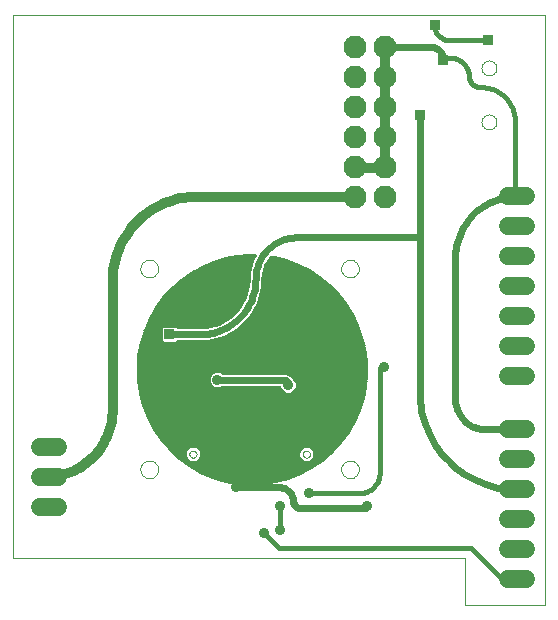
<source format=gbl>
G75*
G70*
%OFA0B0*%
%FSLAX24Y24*%
%IPPOS*%
%LPD*%
%AMOC8*
5,1,8,0,0,1.08239X$1,22.5*
%
%ADD10C,0.0010*%
%ADD11C,0.0000*%
%ADD12C,0.0600*%
%ADD13C,0.0768*%
%ADD14C,0.0356*%
%ADD15C,0.0240*%
%ADD16C,0.0100*%
%ADD17R,0.0356X0.0356*%
%ADD18C,0.0160*%
%ADD19C,0.0320*%
D10*
X000290Y001875D02*
X000290Y019985D01*
X018006Y019985D01*
D11*
X015329Y001875D02*
X000290Y001875D01*
X004522Y004828D02*
X004524Y004862D01*
X004530Y004896D01*
X004540Y004929D01*
X004553Y004960D01*
X004571Y004990D01*
X004591Y005018D01*
X004615Y005043D01*
X004641Y005065D01*
X004669Y005083D01*
X004700Y005099D01*
X004732Y005111D01*
X004766Y005119D01*
X004800Y005123D01*
X004834Y005123D01*
X004868Y005119D01*
X004902Y005111D01*
X004934Y005099D01*
X004964Y005083D01*
X004993Y005065D01*
X005019Y005043D01*
X005043Y005018D01*
X005063Y004990D01*
X005081Y004960D01*
X005094Y004929D01*
X005104Y004896D01*
X005110Y004862D01*
X005112Y004828D01*
X005110Y004794D01*
X005104Y004760D01*
X005094Y004727D01*
X005081Y004696D01*
X005063Y004666D01*
X005043Y004638D01*
X005019Y004613D01*
X004993Y004591D01*
X004965Y004573D01*
X004934Y004557D01*
X004902Y004545D01*
X004868Y004537D01*
X004834Y004533D01*
X004800Y004533D01*
X004766Y004537D01*
X004732Y004545D01*
X004700Y004557D01*
X004669Y004573D01*
X004641Y004591D01*
X004615Y004613D01*
X004591Y004638D01*
X004571Y004666D01*
X004553Y004696D01*
X004540Y004727D01*
X004530Y004760D01*
X004524Y004794D01*
X004522Y004828D01*
X006156Y005339D02*
X006158Y005360D01*
X006164Y005380D01*
X006173Y005400D01*
X006185Y005417D01*
X006200Y005431D01*
X006218Y005443D01*
X006238Y005451D01*
X006258Y005456D01*
X006279Y005457D01*
X006300Y005454D01*
X006320Y005448D01*
X006339Y005437D01*
X006356Y005424D01*
X006369Y005408D01*
X006380Y005390D01*
X006388Y005370D01*
X006392Y005350D01*
X006392Y005328D01*
X006388Y005308D01*
X006380Y005288D01*
X006369Y005270D01*
X006356Y005254D01*
X006339Y005241D01*
X006320Y005230D01*
X006300Y005224D01*
X006279Y005221D01*
X006258Y005222D01*
X006238Y005227D01*
X006218Y005235D01*
X006200Y005247D01*
X006185Y005261D01*
X006173Y005278D01*
X006164Y005298D01*
X006158Y005318D01*
X006156Y005339D01*
X009936Y005339D02*
X009938Y005360D01*
X009944Y005380D01*
X009953Y005400D01*
X009965Y005417D01*
X009980Y005431D01*
X009998Y005443D01*
X010018Y005451D01*
X010038Y005456D01*
X010059Y005457D01*
X010080Y005454D01*
X010100Y005448D01*
X010119Y005437D01*
X010136Y005424D01*
X010149Y005408D01*
X010160Y005390D01*
X010168Y005370D01*
X010172Y005350D01*
X010172Y005328D01*
X010168Y005308D01*
X010160Y005288D01*
X010149Y005270D01*
X010136Y005254D01*
X010119Y005241D01*
X010100Y005230D01*
X010080Y005224D01*
X010059Y005221D01*
X010038Y005222D01*
X010018Y005227D01*
X009998Y005235D01*
X009980Y005247D01*
X009965Y005261D01*
X009953Y005278D01*
X009944Y005298D01*
X009938Y005318D01*
X009936Y005339D01*
X011215Y004828D02*
X011217Y004862D01*
X011223Y004896D01*
X011233Y004929D01*
X011246Y004960D01*
X011264Y004990D01*
X011284Y005018D01*
X011308Y005043D01*
X011334Y005065D01*
X011362Y005083D01*
X011393Y005099D01*
X011425Y005111D01*
X011459Y005119D01*
X011493Y005123D01*
X011527Y005123D01*
X011561Y005119D01*
X011595Y005111D01*
X011627Y005099D01*
X011657Y005083D01*
X011686Y005065D01*
X011712Y005043D01*
X011736Y005018D01*
X011756Y004990D01*
X011774Y004960D01*
X011787Y004929D01*
X011797Y004896D01*
X011803Y004862D01*
X011805Y004828D01*
X011803Y004794D01*
X011797Y004760D01*
X011787Y004727D01*
X011774Y004696D01*
X011756Y004666D01*
X011736Y004638D01*
X011712Y004613D01*
X011686Y004591D01*
X011658Y004573D01*
X011627Y004557D01*
X011595Y004545D01*
X011561Y004537D01*
X011527Y004533D01*
X011493Y004533D01*
X011459Y004537D01*
X011425Y004545D01*
X011393Y004557D01*
X011362Y004573D01*
X011334Y004591D01*
X011308Y004613D01*
X011284Y004638D01*
X011264Y004666D01*
X011246Y004696D01*
X011233Y004727D01*
X011223Y004760D01*
X011217Y004794D01*
X011215Y004828D01*
X015329Y001875D02*
X015329Y000300D01*
X018006Y000300D01*
X018006Y019985D01*
X015891Y018208D02*
X015893Y018239D01*
X015899Y018270D01*
X015909Y018300D01*
X015922Y018328D01*
X015939Y018355D01*
X015959Y018379D01*
X015982Y018401D01*
X016007Y018419D01*
X016035Y018434D01*
X016064Y018446D01*
X016094Y018454D01*
X016125Y018458D01*
X016157Y018458D01*
X016188Y018454D01*
X016218Y018446D01*
X016247Y018434D01*
X016275Y018419D01*
X016300Y018401D01*
X016323Y018379D01*
X016343Y018355D01*
X016360Y018328D01*
X016373Y018300D01*
X016383Y018270D01*
X016389Y018239D01*
X016391Y018208D01*
X016389Y018177D01*
X016383Y018146D01*
X016373Y018116D01*
X016360Y018088D01*
X016343Y018061D01*
X016323Y018037D01*
X016300Y018015D01*
X016275Y017997D01*
X016247Y017982D01*
X016218Y017970D01*
X016188Y017962D01*
X016157Y017958D01*
X016125Y017958D01*
X016094Y017962D01*
X016064Y017970D01*
X016035Y017982D01*
X016007Y017997D01*
X015982Y018015D01*
X015959Y018037D01*
X015939Y018061D01*
X015922Y018088D01*
X015909Y018116D01*
X015899Y018146D01*
X015893Y018177D01*
X015891Y018208D01*
X015891Y016408D02*
X015893Y016439D01*
X015899Y016470D01*
X015909Y016500D01*
X015922Y016528D01*
X015939Y016555D01*
X015959Y016579D01*
X015982Y016601D01*
X016007Y016619D01*
X016035Y016634D01*
X016064Y016646D01*
X016094Y016654D01*
X016125Y016658D01*
X016157Y016658D01*
X016188Y016654D01*
X016218Y016646D01*
X016247Y016634D01*
X016275Y016619D01*
X016300Y016601D01*
X016323Y016579D01*
X016343Y016555D01*
X016360Y016528D01*
X016373Y016500D01*
X016383Y016470D01*
X016389Y016439D01*
X016391Y016408D01*
X016389Y016377D01*
X016383Y016346D01*
X016373Y016316D01*
X016360Y016288D01*
X016343Y016261D01*
X016323Y016237D01*
X016300Y016215D01*
X016275Y016197D01*
X016247Y016182D01*
X016218Y016170D01*
X016188Y016162D01*
X016157Y016158D01*
X016125Y016158D01*
X016094Y016162D01*
X016064Y016170D01*
X016035Y016182D01*
X016007Y016197D01*
X015982Y016215D01*
X015959Y016237D01*
X015939Y016261D01*
X015922Y016288D01*
X015909Y016316D01*
X015899Y016346D01*
X015893Y016377D01*
X015891Y016408D01*
X011215Y011520D02*
X011217Y011554D01*
X011223Y011588D01*
X011233Y011621D01*
X011246Y011652D01*
X011264Y011682D01*
X011284Y011710D01*
X011308Y011735D01*
X011334Y011757D01*
X011362Y011775D01*
X011393Y011791D01*
X011425Y011803D01*
X011459Y011811D01*
X011493Y011815D01*
X011527Y011815D01*
X011561Y011811D01*
X011595Y011803D01*
X011627Y011791D01*
X011657Y011775D01*
X011686Y011757D01*
X011712Y011735D01*
X011736Y011710D01*
X011756Y011682D01*
X011774Y011652D01*
X011787Y011621D01*
X011797Y011588D01*
X011803Y011554D01*
X011805Y011520D01*
X011803Y011486D01*
X011797Y011452D01*
X011787Y011419D01*
X011774Y011388D01*
X011756Y011358D01*
X011736Y011330D01*
X011712Y011305D01*
X011686Y011283D01*
X011658Y011265D01*
X011627Y011249D01*
X011595Y011237D01*
X011561Y011229D01*
X011527Y011225D01*
X011493Y011225D01*
X011459Y011229D01*
X011425Y011237D01*
X011393Y011249D01*
X011362Y011265D01*
X011334Y011283D01*
X011308Y011305D01*
X011284Y011330D01*
X011264Y011358D01*
X011246Y011388D01*
X011233Y011419D01*
X011223Y011452D01*
X011217Y011486D01*
X011215Y011520D01*
X004522Y011520D02*
X004524Y011554D01*
X004530Y011588D01*
X004540Y011621D01*
X004553Y011652D01*
X004571Y011682D01*
X004591Y011710D01*
X004615Y011735D01*
X004641Y011757D01*
X004669Y011775D01*
X004700Y011791D01*
X004732Y011803D01*
X004766Y011811D01*
X004800Y011815D01*
X004834Y011815D01*
X004868Y011811D01*
X004902Y011803D01*
X004934Y011791D01*
X004964Y011775D01*
X004993Y011757D01*
X005019Y011735D01*
X005043Y011710D01*
X005063Y011682D01*
X005081Y011652D01*
X005094Y011621D01*
X005104Y011588D01*
X005110Y011554D01*
X005112Y011520D01*
X005110Y011486D01*
X005104Y011452D01*
X005094Y011419D01*
X005081Y011388D01*
X005063Y011358D01*
X005043Y011330D01*
X005019Y011305D01*
X004993Y011283D01*
X004965Y011265D01*
X004934Y011249D01*
X004902Y011237D01*
X004868Y011229D01*
X004834Y011225D01*
X004800Y011225D01*
X004766Y011229D01*
X004732Y011237D01*
X004700Y011249D01*
X004669Y011265D01*
X004641Y011283D01*
X004615Y011305D01*
X004591Y011330D01*
X004571Y011358D01*
X004553Y011388D01*
X004540Y011419D01*
X004530Y011452D01*
X004524Y011486D01*
X004522Y011520D01*
D12*
X001787Y005583D02*
X001187Y005583D01*
X001187Y004583D02*
X001787Y004583D01*
X001787Y003583D02*
X001187Y003583D01*
X016761Y003166D02*
X017361Y003166D01*
X017361Y004166D02*
X016761Y004166D01*
X016761Y005166D02*
X017361Y005166D01*
X017361Y006166D02*
X016761Y006166D01*
X016761Y007930D02*
X017361Y007930D01*
X017361Y008930D02*
X016761Y008930D01*
X016761Y009930D02*
X017361Y009930D01*
X017361Y010930D02*
X016761Y010930D01*
X016761Y011930D02*
X017361Y011930D01*
X017361Y012930D02*
X016761Y012930D01*
X016761Y013930D02*
X017361Y013930D01*
X017361Y002166D02*
X016761Y002166D01*
X016761Y001166D02*
X017361Y001166D01*
D13*
X012668Y013914D03*
X011668Y013914D03*
X011668Y014914D03*
X012668Y014914D03*
X012668Y015914D03*
X011668Y015914D03*
X011668Y016914D03*
X012668Y016914D03*
X012668Y017914D03*
X011668Y017914D03*
X011668Y018914D03*
X012668Y018914D03*
D14*
X012632Y008253D03*
X009443Y007643D03*
X007081Y007820D03*
X007711Y004237D03*
X009187Y003607D03*
X010132Y004040D03*
X012061Y003607D03*
X009168Y002800D03*
X008636Y002721D03*
D15*
X009817Y003548D02*
X012002Y003548D01*
X012015Y003549D01*
X012028Y003554D01*
X012039Y003561D01*
X012048Y003570D01*
X012055Y003581D01*
X012060Y003594D01*
X012061Y003607D01*
X009817Y003548D02*
X009791Y003550D01*
X009766Y003555D01*
X009742Y003563D01*
X009719Y003574D01*
X009697Y003589D01*
X009678Y003606D01*
X009661Y003625D01*
X009646Y003647D01*
X009635Y003670D01*
X009627Y003694D01*
X009622Y003719D01*
X009620Y003745D01*
X009618Y003788D01*
X009613Y003830D01*
X009603Y003872D01*
X009590Y003913D01*
X009574Y003953D01*
X009554Y003991D01*
X009531Y004027D01*
X009505Y004061D01*
X009476Y004093D01*
X009444Y004122D01*
X009410Y004148D01*
X009374Y004171D01*
X009336Y004191D01*
X009296Y004207D01*
X009255Y004220D01*
X009213Y004230D01*
X009171Y004235D01*
X009128Y004237D01*
X007711Y004237D01*
X013833Y007394D02*
X013833Y012564D01*
X009739Y012564D01*
X009667Y012562D01*
X009595Y012556D01*
X009523Y012547D01*
X009452Y012534D01*
X009382Y012517D01*
X009313Y012497D01*
X009245Y012472D01*
X009179Y012445D01*
X009113Y012414D01*
X009050Y012379D01*
X008988Y012342D01*
X008929Y012301D01*
X008872Y012257D01*
X008817Y012210D01*
X008765Y012160D01*
X008715Y012108D01*
X008668Y012053D01*
X008624Y011996D01*
X008583Y011937D01*
X008546Y011875D01*
X008511Y011812D01*
X008480Y011746D01*
X008453Y011680D01*
X008428Y011612D01*
X008408Y011543D01*
X008391Y011473D01*
X008378Y011402D01*
X008369Y011330D01*
X008363Y011258D01*
X008361Y011186D01*
X008360Y011186D02*
X008358Y011098D01*
X008352Y011010D01*
X008341Y010923D01*
X008327Y010836D01*
X008308Y010750D01*
X008285Y010665D01*
X008258Y010581D01*
X008227Y010498D01*
X008193Y010417D01*
X008154Y010338D01*
X008112Y010261D01*
X008066Y010186D01*
X008017Y010113D01*
X007964Y010042D01*
X007908Y009975D01*
X007849Y009909D01*
X007787Y009847D01*
X007721Y009788D01*
X007654Y009732D01*
X007583Y009679D01*
X007510Y009630D01*
X007435Y009584D01*
X007358Y009542D01*
X007279Y009503D01*
X007198Y009469D01*
X007115Y009438D01*
X007031Y009411D01*
X006946Y009388D01*
X006860Y009369D01*
X006773Y009355D01*
X006686Y009344D01*
X006598Y009338D01*
X006510Y009336D01*
X006510Y009335D02*
X005487Y009335D01*
X007081Y007820D02*
X009266Y007820D01*
X009291Y007818D01*
X009316Y007813D01*
X009340Y007804D01*
X009362Y007792D01*
X009382Y007777D01*
X009400Y007759D01*
X009415Y007739D01*
X009427Y007717D01*
X009436Y007693D01*
X009441Y007668D01*
X009443Y007643D01*
X015014Y007170D02*
X015014Y011883D01*
X013833Y012564D02*
X013833Y016639D01*
X014620Y018489D02*
X014618Y018528D01*
X014613Y018567D01*
X014604Y018605D01*
X014591Y018643D01*
X014575Y018678D01*
X014556Y018713D01*
X014534Y018745D01*
X014509Y018775D01*
X014481Y018803D01*
X014451Y018828D01*
X014419Y018850D01*
X014384Y018869D01*
X014349Y018885D01*
X014311Y018898D01*
X014273Y018907D01*
X014234Y018912D01*
X014195Y018914D01*
X012668Y018914D01*
X017061Y013930D02*
X016964Y013928D01*
X016866Y013921D01*
X016770Y013909D01*
X016674Y013893D01*
X016578Y013872D01*
X016484Y013847D01*
X016391Y013817D01*
X016300Y013783D01*
X016211Y013745D01*
X016123Y013702D01*
X016038Y013656D01*
X015954Y013605D01*
X015874Y013550D01*
X015796Y013492D01*
X015721Y013430D01*
X015648Y013364D01*
X015580Y013296D01*
X015514Y013223D01*
X015452Y013148D01*
X015394Y013070D01*
X015339Y012990D01*
X015288Y012907D01*
X015242Y012821D01*
X015199Y012733D01*
X015161Y012644D01*
X015127Y012553D01*
X015097Y012460D01*
X015072Y012366D01*
X015051Y012270D01*
X015035Y012174D01*
X015023Y012078D01*
X015016Y011980D01*
X015014Y011883D01*
X013833Y007394D02*
X013837Y007240D01*
X013848Y007087D01*
X013866Y006935D01*
X013891Y006783D01*
X013924Y006633D01*
X013964Y006485D01*
X014011Y006338D01*
X014064Y006194D01*
X014125Y006053D01*
X014192Y005915D01*
X014265Y005780D01*
X014345Y005649D01*
X014432Y005522D01*
X014524Y005399D01*
X014621Y005280D01*
X014725Y005166D01*
X014833Y005058D01*
X014947Y004954D01*
X015066Y004857D01*
X015189Y004765D01*
X015316Y004678D01*
X015447Y004598D01*
X015582Y004525D01*
X015720Y004458D01*
X015861Y004397D01*
X016005Y004344D01*
X016152Y004297D01*
X016300Y004257D01*
X016450Y004224D01*
X016602Y004199D01*
X016754Y004181D01*
X016907Y004170D01*
X017061Y004166D01*
X017061Y006166D02*
X016018Y006166D01*
X015957Y006168D01*
X015897Y006173D01*
X015837Y006182D01*
X015778Y006195D01*
X015719Y006211D01*
X015662Y006231D01*
X015606Y006254D01*
X015551Y006281D01*
X015499Y006311D01*
X015448Y006344D01*
X015399Y006380D01*
X015352Y006418D01*
X015308Y006460D01*
X015266Y006504D01*
X015228Y006551D01*
X015192Y006600D01*
X015159Y006651D01*
X015129Y006703D01*
X015102Y006758D01*
X015079Y006814D01*
X015059Y006871D01*
X015043Y006930D01*
X015030Y006989D01*
X015021Y007049D01*
X015016Y007109D01*
X015014Y007170D01*
D16*
X012014Y007621D02*
X012050Y008033D01*
X012041Y008445D01*
X011988Y008855D01*
X011890Y009256D01*
X011750Y009644D01*
X011569Y010015D01*
X011349Y010365D01*
X011092Y010688D01*
X010802Y010982D01*
X010482Y011242D01*
X010135Y011467D01*
X009766Y011652D01*
X009380Y011797D01*
X008980Y011899D01*
X008859Y011916D01*
X008828Y011885D01*
X008678Y011625D01*
X008601Y011336D01*
X008591Y011186D01*
X008591Y010912D01*
X008449Y010383D01*
X008449Y010383D01*
X008175Y009908D01*
X008175Y009908D01*
X007788Y009521D01*
X007788Y009521D01*
X007313Y009247D01*
X007313Y009247D01*
X006784Y009105D01*
X005768Y009105D01*
X005710Y009047D01*
X005263Y009047D01*
X005199Y009112D01*
X005199Y009559D01*
X004696Y009559D01*
X004662Y009481D02*
X004833Y009873D01*
X005038Y010231D01*
X005281Y010565D01*
X005559Y010871D01*
X005867Y011145D01*
X006204Y011384D01*
X006565Y011585D01*
X006945Y011745D01*
X007340Y011864D01*
X007746Y011940D01*
X008158Y011971D01*
X008332Y011965D01*
X008240Y011806D01*
X008131Y011398D01*
X008131Y011186D01*
X008117Y010974D01*
X008007Y010566D01*
X007796Y010199D01*
X007497Y009900D01*
X007130Y009689D01*
X006722Y009579D01*
X006510Y009565D01*
X005768Y009565D01*
X005710Y009624D01*
X005263Y009624D01*
X005199Y009559D01*
X005199Y009461D02*
X004656Y009461D01*
X004662Y009481D02*
X004537Y009072D01*
X004458Y008652D01*
X004426Y008225D01*
X004443Y007798D01*
X004507Y007375D01*
X004618Y006963D01*
X004775Y006565D01*
X004975Y006187D01*
X005216Y005834D01*
X005496Y005510D01*
X005809Y005220D01*
X006154Y004966D01*
X006524Y004753D01*
X006916Y004582D01*
X007325Y004457D01*
X007745Y004378D01*
X008172Y004346D01*
X008599Y004363D01*
X009022Y004427D01*
X009435Y004538D01*
X009833Y004695D01*
X010210Y004895D01*
X010563Y005136D01*
X010887Y005415D01*
X011178Y005729D01*
X011431Y006073D01*
X011645Y006444D01*
X011810Y006822D01*
X011934Y007216D01*
X012014Y007621D01*
X012007Y007589D02*
X009731Y007589D01*
X009731Y007585D02*
X009688Y007479D01*
X009607Y007398D01*
X009501Y007354D01*
X009386Y007354D01*
X009280Y007398D01*
X009199Y007479D01*
X009155Y007585D01*
X009155Y007590D01*
X007259Y007590D01*
X007244Y007575D01*
X007138Y007532D01*
X007024Y007532D01*
X006918Y007575D01*
X006837Y007656D01*
X006793Y007762D01*
X006793Y007877D01*
X006837Y007983D01*
X004436Y007983D01*
X004439Y007885D02*
X006796Y007885D01*
X006793Y007786D02*
X004445Y007786D01*
X004460Y007688D02*
X006824Y007688D01*
X006904Y007589D02*
X004474Y007589D01*
X004489Y007491D02*
X009194Y007491D01*
X009155Y007589D02*
X007258Y007589D01*
X007259Y008050D02*
X007244Y008064D01*
X007138Y008108D01*
X007024Y008108D01*
X006918Y008064D01*
X006837Y007983D01*
X006960Y008082D02*
X004432Y008082D01*
X004428Y008180D02*
X012047Y008180D01*
X012049Y008082D02*
X007202Y008082D01*
X007259Y008050D02*
X009375Y008050D01*
X009564Y007941D01*
X009564Y007941D01*
X009564Y007941D01*
X009592Y007893D01*
X009607Y007887D01*
X009688Y007806D01*
X009731Y007700D01*
X009731Y007585D01*
X009692Y007491D02*
X011988Y007491D01*
X011968Y007392D02*
X009591Y007392D01*
X009295Y007392D02*
X004504Y007392D01*
X004529Y007294D02*
X011949Y007294D01*
X011927Y007195D02*
X004555Y007195D01*
X004582Y007097D02*
X011896Y007097D01*
X011865Y006998D02*
X004609Y006998D01*
X004643Y006900D02*
X011834Y006900D01*
X011801Y006801D02*
X004682Y006801D01*
X004720Y006703D02*
X011758Y006703D01*
X011715Y006604D02*
X004759Y006604D01*
X004806Y006506D02*
X011671Y006506D01*
X011623Y006407D02*
X004858Y006407D01*
X004911Y006309D02*
X011567Y006309D01*
X011510Y006210D02*
X004963Y006210D01*
X005026Y006112D02*
X011453Y006112D01*
X011387Y006013D02*
X005094Y006013D01*
X005161Y005915D02*
X011314Y005915D01*
X011242Y005816D02*
X005232Y005816D01*
X005317Y005718D02*
X011167Y005718D01*
X011076Y005619D02*
X005402Y005619D01*
X005487Y005521D02*
X006076Y005521D01*
X006047Y005491D02*
X006006Y005393D01*
X006006Y005286D01*
X006047Y005187D01*
X006122Y005112D01*
X006221Y005071D01*
X006327Y005071D01*
X006426Y005112D01*
X006501Y005187D01*
X006542Y005286D01*
X006542Y005393D01*
X006501Y005491D01*
X006426Y005567D01*
X006327Y005607D01*
X006221Y005607D01*
X006122Y005567D01*
X006047Y005491D01*
X006018Y005422D02*
X005591Y005422D01*
X005697Y005324D02*
X006006Y005324D01*
X006031Y005225D02*
X005803Y005225D01*
X005936Y005127D02*
X006108Y005127D01*
X006069Y005028D02*
X010405Y005028D01*
X010261Y004930D02*
X006217Y004930D01*
X006388Y004831D02*
X010090Y004831D01*
X009904Y004733D02*
X006571Y004733D01*
X006797Y004634D02*
X009679Y004634D01*
X009426Y004536D02*
X007068Y004536D01*
X007429Y004437D02*
X009060Y004437D01*
X009826Y005187D02*
X009902Y005112D01*
X010000Y005071D01*
X010107Y005071D01*
X010205Y005112D01*
X010281Y005187D01*
X010322Y005286D01*
X010322Y005393D01*
X010281Y005491D01*
X010205Y005567D01*
X010107Y005607D01*
X010000Y005607D01*
X009902Y005567D01*
X009826Y005491D01*
X009785Y005393D01*
X009785Y005286D01*
X009826Y005187D01*
X009811Y005225D02*
X006517Y005225D01*
X006542Y005324D02*
X009785Y005324D01*
X009798Y005422D02*
X006530Y005422D01*
X006472Y005521D02*
X009856Y005521D01*
X010252Y005521D02*
X010985Y005521D01*
X010893Y005422D02*
X010310Y005422D01*
X010322Y005324D02*
X010781Y005324D01*
X010667Y005225D02*
X010296Y005225D01*
X010220Y005127D02*
X010549Y005127D01*
X009887Y005127D02*
X006440Y005127D01*
X009731Y007688D02*
X012020Y007688D01*
X012028Y007786D02*
X009696Y007786D01*
X009609Y007885D02*
X012037Y007885D01*
X012045Y007983D02*
X009491Y007983D01*
X012042Y008377D02*
X004437Y008377D01*
X004430Y008279D02*
X012045Y008279D01*
X012037Y008476D02*
X004445Y008476D01*
X004452Y008574D02*
X012024Y008574D01*
X012011Y008673D02*
X004462Y008673D01*
X004480Y008771D02*
X011999Y008771D01*
X011984Y008870D02*
X004499Y008870D01*
X004517Y008968D02*
X011960Y008968D01*
X011936Y009067D02*
X005730Y009067D01*
X005244Y009067D02*
X004536Y009067D01*
X004565Y009165D02*
X005199Y009165D01*
X005199Y009264D02*
X004595Y009264D01*
X004626Y009362D02*
X005199Y009362D01*
X004739Y009658D02*
X007014Y009658D01*
X007247Y009756D02*
X004782Y009756D01*
X004825Y009855D02*
X007417Y009855D01*
X007549Y009953D02*
X004879Y009953D01*
X004935Y010052D02*
X007648Y010052D01*
X007746Y010150D02*
X004992Y010150D01*
X005051Y010249D02*
X007824Y010249D01*
X007881Y010347D02*
X005122Y010347D01*
X005194Y010446D02*
X007938Y010446D01*
X007995Y010544D02*
X005266Y010544D01*
X005351Y010643D02*
X008028Y010643D01*
X008054Y010741D02*
X005441Y010741D01*
X005530Y010840D02*
X008081Y010840D01*
X008107Y010938D02*
X005634Y010938D01*
X005746Y011037D02*
X008121Y011037D01*
X008127Y011135D02*
X005857Y011135D01*
X005993Y011234D02*
X008131Y011234D01*
X008131Y011332D02*
X006132Y011332D01*
X006289Y011431D02*
X008140Y011431D01*
X008166Y011529D02*
X006465Y011529D01*
X006666Y011628D02*
X008192Y011628D01*
X008219Y011726D02*
X006899Y011726D01*
X007208Y011825D02*
X008251Y011825D01*
X008240Y011806D02*
X008240Y011806D01*
X008308Y011923D02*
X007657Y011923D01*
X008679Y011628D02*
X009815Y011628D01*
X010011Y011529D02*
X008652Y011529D01*
X008626Y011431D02*
X010191Y011431D01*
X010343Y011332D02*
X008600Y011332D01*
X008594Y011234D02*
X010492Y011234D01*
X010613Y011135D02*
X008591Y011135D01*
X008591Y011037D02*
X010734Y011037D01*
X010845Y010938D02*
X008591Y010938D01*
X008571Y010840D02*
X010942Y010840D01*
X011040Y010741D02*
X008545Y010741D01*
X008518Y010643D02*
X011128Y010643D01*
X011206Y010544D02*
X008492Y010544D01*
X008466Y010446D02*
X011285Y010446D01*
X011360Y010347D02*
X008428Y010347D01*
X008371Y010249D02*
X011422Y010249D01*
X011484Y010150D02*
X008314Y010150D01*
X008258Y010052D02*
X011546Y010052D01*
X011600Y009953D02*
X008201Y009953D01*
X008121Y009855D02*
X011648Y009855D01*
X011696Y009756D02*
X008023Y009756D01*
X007924Y009658D02*
X011744Y009658D01*
X011781Y009559D02*
X007826Y009559D01*
X007683Y009461D02*
X011817Y009461D01*
X011852Y009362D02*
X007512Y009362D01*
X007342Y009264D02*
X011888Y009264D01*
X011912Y009165D02*
X007007Y009165D01*
X008736Y011726D02*
X009569Y011726D01*
X009271Y011825D02*
X008793Y011825D01*
D17*
X005487Y009335D03*
X013833Y016639D03*
X014621Y018489D03*
X016117Y019139D03*
X014325Y019631D03*
D18*
X014327Y019588D01*
X014332Y019546D01*
X014342Y019504D01*
X014355Y019463D01*
X014371Y019423D01*
X014391Y019385D01*
X014414Y019349D01*
X014440Y019315D01*
X014469Y019283D01*
X014501Y019254D01*
X014535Y019228D01*
X014571Y019205D01*
X014609Y019185D01*
X014649Y019169D01*
X014690Y019156D01*
X014732Y019146D01*
X014774Y019141D01*
X014817Y019139D01*
X016117Y019139D01*
X015467Y017938D02*
X015469Y017901D01*
X015474Y017865D01*
X015483Y017829D01*
X015495Y017795D01*
X015511Y017762D01*
X015530Y017730D01*
X015552Y017701D01*
X015577Y017674D01*
X015604Y017649D01*
X015633Y017627D01*
X015665Y017608D01*
X015698Y017592D01*
X015732Y017580D01*
X015768Y017571D01*
X015804Y017566D01*
X015841Y017564D01*
X015900Y017564D01*
X015467Y017938D02*
X015465Y017986D01*
X015459Y018033D01*
X015450Y018080D01*
X015437Y018127D01*
X015420Y018171D01*
X015400Y018215D01*
X015376Y018256D01*
X015349Y018296D01*
X015319Y018334D01*
X015286Y018368D01*
X015251Y018401D01*
X015213Y018430D01*
X015173Y018456D01*
X015131Y018479D01*
X015087Y018498D01*
X015042Y018514D01*
X014995Y018527D01*
X014948Y018535D01*
X014900Y018540D01*
X014853Y018541D01*
X014805Y018538D01*
X014757Y018531D01*
X014710Y018521D01*
X014665Y018507D01*
X014620Y018489D01*
X015900Y017563D02*
X015964Y017561D01*
X016028Y017556D01*
X016091Y017546D01*
X016154Y017533D01*
X016216Y017517D01*
X016277Y017497D01*
X016336Y017473D01*
X016395Y017446D01*
X016451Y017415D01*
X016506Y017382D01*
X016558Y017345D01*
X016608Y017305D01*
X016656Y017263D01*
X016702Y017217D01*
X016744Y017169D01*
X016784Y017119D01*
X016821Y017067D01*
X016854Y017012D01*
X016885Y016956D01*
X016912Y016897D01*
X016936Y016838D01*
X016956Y016777D01*
X016972Y016715D01*
X016985Y016652D01*
X016995Y016589D01*
X017000Y016525D01*
X017002Y016461D01*
X017002Y013989D01*
X017003Y013976D01*
X017008Y013963D01*
X017015Y013952D01*
X017024Y013943D01*
X017035Y013936D01*
X017048Y013931D01*
X017061Y013930D01*
X012632Y008253D02*
X012610Y008251D01*
X012589Y008246D01*
X012569Y008238D01*
X012551Y008227D01*
X012534Y008213D01*
X012520Y008196D01*
X012509Y008178D01*
X012501Y008158D01*
X012496Y008137D01*
X012494Y008115D01*
X012495Y008115D02*
X012495Y004709D01*
X012494Y004709D02*
X012492Y004659D01*
X012487Y004609D01*
X012477Y004560D01*
X012464Y004512D01*
X012448Y004465D01*
X012428Y004419D01*
X012404Y004375D01*
X012378Y004332D01*
X012348Y004292D01*
X012315Y004254D01*
X012280Y004219D01*
X012242Y004186D01*
X012202Y004156D01*
X012160Y004130D01*
X012115Y004106D01*
X012069Y004086D01*
X012022Y004070D01*
X011974Y004057D01*
X011925Y004047D01*
X011875Y004042D01*
X011825Y004040D01*
X010132Y004040D01*
X009187Y003607D02*
X009168Y003587D01*
X009168Y002800D01*
X008636Y002721D02*
X009148Y002209D01*
X015546Y002209D01*
X016589Y001166D01*
X017061Y001166D01*
X008794Y005320D02*
X008731Y005318D01*
X008668Y005313D01*
X008606Y005304D01*
X008544Y005291D01*
X008483Y005275D01*
X008424Y005255D01*
X008365Y005231D01*
X008308Y005205D01*
X008253Y005175D01*
X008199Y005142D01*
X008147Y005106D01*
X008098Y005067D01*
X008051Y005025D01*
X008006Y004980D01*
X007964Y004933D01*
X007925Y004884D01*
X007889Y004832D01*
X007856Y004779D01*
X007826Y004723D01*
X007800Y004666D01*
X007776Y004607D01*
X007756Y004548D01*
X007740Y004487D01*
X007727Y004425D01*
X007718Y004363D01*
X007713Y004300D01*
X007711Y004237D01*
D19*
X003597Y006930D02*
X003597Y011206D01*
X003597Y011205D02*
X003607Y011344D01*
X003623Y011482D01*
X003645Y011619D01*
X003675Y011754D01*
X003711Y011888D01*
X003753Y012021D01*
X003802Y012150D01*
X003858Y012278D01*
X003919Y012402D01*
X003987Y012524D01*
X004060Y012641D01*
X004139Y012756D01*
X004224Y012866D01*
X004314Y012971D01*
X004409Y013073D01*
X004509Y013169D01*
X004613Y013261D01*
X004722Y013347D01*
X004835Y013428D01*
X004952Y013503D01*
X005072Y013572D01*
X005196Y013635D01*
X005322Y013693D01*
X005451Y013744D01*
X005583Y013788D01*
X005717Y013826D01*
X005852Y013858D01*
X005988Y013882D01*
X006126Y013900D01*
X006264Y013911D01*
X006403Y013916D01*
X006542Y013914D01*
X011668Y013914D01*
X011668Y014887D02*
X012691Y014887D01*
X012691Y014906D01*
X012672Y014906D01*
X012672Y018922D01*
X003597Y006930D02*
X003600Y006824D01*
X003598Y006718D01*
X003591Y006612D01*
X003579Y006506D01*
X003562Y006402D01*
X003540Y006298D01*
X003513Y006195D01*
X003481Y006094D01*
X003445Y005994D01*
X003403Y005896D01*
X003357Y005800D01*
X003307Y005707D01*
X003252Y005616D01*
X003193Y005528D01*
X003130Y005442D01*
X003063Y005360D01*
X002992Y005281D01*
X002917Y005206D01*
X002839Y005134D01*
X002757Y005066D01*
X002673Y005002D01*
X002585Y004942D01*
X002495Y004886D01*
X002402Y004835D01*
X002307Y004788D01*
X002209Y004745D01*
X002110Y004708D01*
X002009Y004675D01*
X001907Y004647D01*
X001803Y004624D01*
X001698Y004605D01*
X001593Y004592D01*
X001487Y004584D01*
M02*

</source>
